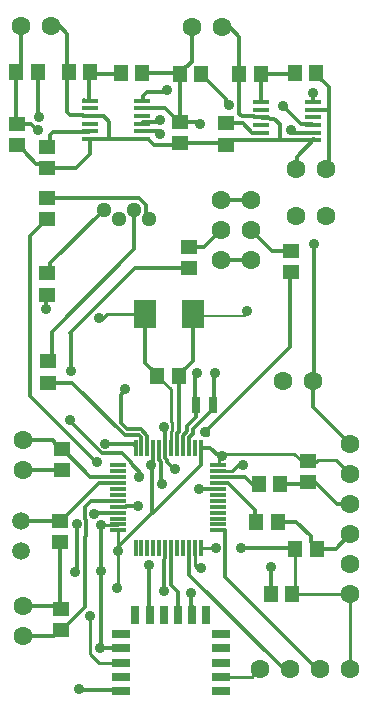
<source format=gtl>
G04*
G04 #@! TF.GenerationSoftware,Altium Limited,Altium Designer,19.0.10 (269)*
G04*
G04 Layer_Physical_Order=1*
G04 Layer_Color=255*
%FSLAX24Y24*%
%MOIN*%
G70*
G01*
G75*
%ADD13C,0.0100*%
%ADD14R,0.0551X0.0472*%
%ADD15R,0.0472X0.0551*%
%ADD16R,0.0591X0.0276*%
%ADD17R,0.0276X0.0591*%
%ADD18R,0.0561X0.0177*%
%ADD19R,0.0748X0.0945*%
%ADD20R,0.0581X0.0118*%
%ADD21R,0.0118X0.0581*%
%ADD22R,0.0295X0.0551*%
%ADD36C,0.0120*%
%ADD37C,0.0080*%
%ADD38C,0.0630*%
%ADD39C,0.0591*%
%ADD40C,0.0512*%
%ADD41C,0.0354*%
G54D13*
X10201Y8129D02*
X10650D01*
X7497Y8417D02*
X9913D01*
X7400Y8320D02*
X7497Y8417D01*
X7400Y8031D02*
Y8320D01*
X9950Y3750D02*
Y5240D01*
X4041Y3981D02*
Y5290D01*
X7846Y7826D02*
X8140Y8120D01*
X6730Y4530D02*
X6792D01*
X4009Y6040D02*
X4032Y6063D01*
X9913Y8417D02*
X10201Y8129D01*
X10650D02*
X10711Y8190D01*
X11320D01*
X11790Y7720D01*
X3420Y12910D02*
X3519D01*
X8496Y978D02*
X8748Y1230D01*
X7476Y978D02*
X8496D01*
X5808Y9488D02*
X5856Y9440D01*
Y9194D02*
Y9440D01*
X5808Y9146D02*
X5856Y9194D01*
X5808Y9488D02*
Y10552D01*
X5808Y8608D02*
Y9146D01*
X3490Y6040D02*
X4009D01*
X8140Y8120D02*
X8200D01*
X4041Y5290D02*
Y5857D01*
X4010Y3950D02*
X4041Y3981D01*
X3120Y1750D02*
Y2990D01*
X3110Y3000D02*
X3120Y2990D01*
Y1750D02*
X3420Y1450D01*
X6790Y4590D02*
X6792D01*
X6680D02*
X6790D01*
X6613Y4657D02*
X6680Y4590D01*
X6613Y4657D02*
Y5253D01*
X5350Y11010D02*
X5808Y10552D01*
X6730Y4530D02*
X6790Y4590D01*
X4032Y6063D02*
X4041Y6054D01*
X3420Y1450D02*
X4130D01*
X6595Y5271D02*
X6613Y5253D01*
X3679Y13070D02*
X4940D01*
X3519Y12910D02*
X3679Y13070D01*
X7300Y5280D02*
X7340Y5240D01*
X7391Y8022D02*
X7400Y8031D01*
X7378Y7826D02*
X7846D01*
X7378Y8022D02*
X7391D01*
X6792Y5271D02*
X6801Y5280D01*
X7300D01*
X8748Y1230D02*
X8790D01*
X11790D02*
Y3720D01*
X11760Y3750D02*
X11790Y3720D01*
X9950Y3750D02*
X11760D01*
G54D14*
X6400Y15300D02*
D03*
Y14591D02*
D03*
X9800Y14466D02*
D03*
Y15174D02*
D03*
X2097Y6173D02*
D03*
Y5464D02*
D03*
X10390Y8184D02*
D03*
Y7476D02*
D03*
X2150Y3250D02*
D03*
Y2541D02*
D03*
X1680Y14420D02*
D03*
Y13711D02*
D03*
X7637Y19423D02*
D03*
Y18714D02*
D03*
X1677Y18643D02*
D03*
Y17934D02*
D03*
X1680Y16240D02*
D03*
Y16949D02*
D03*
X677Y18704D02*
D03*
Y19413D02*
D03*
X2165Y8563D02*
D03*
Y7854D02*
D03*
X6099Y18754D02*
D03*
Y19463D02*
D03*
X1710Y11490D02*
D03*
Y10781D02*
D03*
G54D15*
X5350Y11010D02*
D03*
X6059D02*
D03*
X9439Y7390D02*
D03*
X8730D02*
D03*
X9839Y3750D02*
D03*
X9130D02*
D03*
X9950Y5240D02*
D03*
X10659D02*
D03*
X9359Y6150D02*
D03*
X8650D02*
D03*
X6807Y21083D02*
D03*
X6099D02*
D03*
X10640Y21093D02*
D03*
X9931D02*
D03*
X8091Y21080D02*
D03*
X8800D02*
D03*
X1361Y21133D02*
D03*
X653D02*
D03*
X4837Y21093D02*
D03*
X4128D02*
D03*
X2416Y21150D02*
D03*
X3124D02*
D03*
G54D16*
X4130Y505D02*
D03*
Y978D02*
D03*
Y1450D02*
D03*
Y1922D02*
D03*
Y2395D02*
D03*
X7476D02*
D03*
Y1922D02*
D03*
Y1450D02*
D03*
Y978D02*
D03*
Y505D02*
D03*
G54D17*
X4622Y3044D02*
D03*
X5095D02*
D03*
X5567D02*
D03*
X6039D02*
D03*
X6512D02*
D03*
X6984D02*
D03*
G54D18*
X10547Y20132D02*
D03*
Y19876D02*
D03*
Y19620D02*
D03*
Y19365D02*
D03*
Y19109D02*
D03*
Y18853D02*
D03*
X8805D02*
D03*
Y19109D02*
D03*
Y19365D02*
D03*
Y19620D02*
D03*
Y19876D02*
D03*
Y20132D02*
D03*
X4848Y20183D02*
D03*
Y19927D02*
D03*
Y19671D02*
D03*
Y19415D02*
D03*
Y19159D02*
D03*
Y18903D02*
D03*
X3106D02*
D03*
Y19159D02*
D03*
Y19415D02*
D03*
Y19671D02*
D03*
Y19927D02*
D03*
Y20183D02*
D03*
G54D19*
X6554Y13070D02*
D03*
X4940D02*
D03*
G54D20*
X7378Y8022D02*
D03*
Y7826D02*
D03*
Y7629D02*
D03*
Y7432D02*
D03*
Y7235D02*
D03*
Y7038D02*
D03*
Y6841D02*
D03*
Y6644D02*
D03*
Y6448D02*
D03*
Y6251D02*
D03*
Y6054D02*
D03*
Y5857D02*
D03*
X4041D02*
D03*
Y6054D02*
D03*
Y6251D02*
D03*
Y6448D02*
D03*
Y6644D02*
D03*
Y6841D02*
D03*
Y7038D02*
D03*
Y7235D02*
D03*
Y7432D02*
D03*
Y7629D02*
D03*
Y7826D02*
D03*
Y8022D02*
D03*
G54D21*
X6792Y5271D02*
D03*
X6595D02*
D03*
X6398D02*
D03*
X6201D02*
D03*
X6005D02*
D03*
X5808D02*
D03*
X5611D02*
D03*
X5414D02*
D03*
X5217D02*
D03*
X5020D02*
D03*
X4823D02*
D03*
X4627D02*
D03*
Y8608D02*
D03*
X4823D02*
D03*
X5020D02*
D03*
X5217D02*
D03*
X5414D02*
D03*
X5611D02*
D03*
X5808D02*
D03*
X6005D02*
D03*
X6201D02*
D03*
X6398D02*
D03*
X6595D02*
D03*
X6792D02*
D03*
G54D22*
X7209Y10029D02*
D03*
X6639D02*
D03*
G54D36*
X5216Y7931D02*
Y8607D01*
X5477Y7323D02*
Y8127D01*
Y7323D02*
X5540Y7386D01*
X5510Y7390D02*
X5536D01*
X5540Y7386D01*
X5173Y6422D02*
Y7887D01*
X5216Y7931D01*
X10575Y10795D02*
Y15410D01*
X9120Y3760D02*
X9129Y3769D01*
X4461Y8099D02*
X4842Y7718D01*
X4070Y1930D02*
X4096Y1956D01*
X3372Y1930D02*
X3460Y2018D01*
X5900Y7890D02*
X5930D01*
X5429Y8176D02*
X5477Y8127D01*
X5667Y8123D02*
X5900Y7890D01*
X5667Y8123D02*
Y8206D01*
X5619Y8254D02*
X5667Y8206D01*
X5619Y8254D02*
Y8274D01*
X5429Y8176D02*
Y8196D01*
X6801Y8034D02*
Y8335D01*
X5216Y6450D02*
X6801Y8034D01*
X4041Y5290D02*
X5173Y6422D01*
X3505Y8420D02*
X4176D01*
X4461Y8135D01*
Y8099D02*
Y8135D01*
X9439Y7390D02*
X10620D01*
X10650Y7420D02*
X11350Y6720D01*
X10482Y5456D02*
Y5658D01*
X9990Y6150D02*
X10482Y5658D01*
X9359Y6150D02*
X9990D01*
X6202Y8609D02*
Y9017D01*
X6527Y9219D02*
X7209Y9901D01*
X6527Y9074D02*
Y9219D01*
X6406Y8952D02*
X6527Y9074D01*
X6337Y9152D02*
Y9347D01*
X6639Y9649D01*
X6005Y9088D02*
X6059Y9142D01*
Y11010D01*
X6202Y9017D02*
X6337Y9152D01*
X6927Y9140D02*
X7040Y9027D01*
X6947Y9121D02*
Y9146D01*
Y9121D02*
X7040Y9027D01*
X5611Y8608D02*
X5612Y8607D01*
X5610Y8609D02*
X5611Y8608D01*
X10547Y18890D02*
X10590D01*
X10012Y18313D02*
X10590Y18890D01*
X2350Y19810D02*
Y22410D01*
X2097Y22663D02*
X2350Y22410D01*
Y19810D02*
X2452Y19708D01*
X2571Y8852D02*
X3303Y8120D01*
X3350D01*
X2940Y3292D02*
Y5624D01*
X2987Y5671D02*
Y6187D01*
X2940Y5624D02*
X2987Y5671D01*
X6201Y8608D02*
X6202Y8609D01*
X6005Y8608D02*
Y9088D01*
X5612Y8281D02*
X5619Y8274D01*
X5612Y8281D02*
Y8607D01*
X5415Y8209D02*
X5429Y8196D01*
X5415Y8209D02*
Y8607D01*
X5414Y8608D02*
X5415Y8607D01*
X2943Y6232D02*
Y6633D01*
Y6232D02*
X2987Y6187D01*
X6460Y3334D02*
Y3780D01*
Y3334D02*
X6482Y3312D01*
X5560Y4884D02*
X5603Y4927D01*
X5560Y3820D02*
Y4884D01*
X2680Y4540D02*
Y6060D01*
X2610Y4470D02*
X2680Y4540D01*
X2189Y2541D02*
X2940Y3292D01*
X2943Y6633D02*
X3152Y6842D01*
X3490Y4515D02*
Y6040D01*
X3460Y4485D02*
X3490Y4515D01*
X2430Y9495D02*
X3505Y8420D01*
X2430Y9495D02*
Y9530D01*
X2460Y11160D02*
Y12420D01*
X2450Y12430D02*
X2460Y12420D01*
X6406Y8616D02*
Y8952D01*
X6398Y8608D02*
X6406Y8616D01*
X3620Y8739D02*
X4556D01*
X4627Y8669D01*
X3212Y6448D02*
X4041D01*
X2571Y8852D02*
Y8853D01*
X2495Y8929D02*
X2571Y8853D01*
X2493Y8929D02*
X2495D01*
X1100Y10323D02*
Y15660D01*
Y10323D02*
X2493Y8929D01*
X5216Y8607D02*
X5217Y8608D01*
X6793Y8343D02*
X6801Y8335D01*
X6793Y8343D02*
Y8607D01*
X6792Y8608D02*
X6793Y8607D01*
X5610Y8609D02*
Y8874D01*
X3460Y2018D02*
Y4485D01*
X3372Y1930D02*
X3440D01*
X4070D01*
X4096Y1956D02*
X4130Y1922D01*
X2150Y2541D02*
X2189D01*
X2111D02*
X2150D01*
X5080Y4710D02*
X5087Y4703D01*
Y3052D02*
Y4703D01*
Y3052D02*
X5095Y3044D01*
X3110Y18410D02*
Y18899D01*
X2634Y17934D02*
X3110Y18410D01*
X1677Y17934D02*
X2634D01*
X10547Y20132D02*
Y20430D01*
X11090Y19876D02*
Y20643D01*
X10856Y20878D02*
X11090Y20643D01*
X10816Y20878D02*
X10856D01*
X10640Y21054D02*
X10816Y20878D01*
X10640Y21054D02*
Y21093D01*
X9918Y21080D02*
X9931Y21093D01*
X8800Y21080D02*
X9918D01*
X9901Y19109D02*
X10547D01*
X9820Y19190D02*
X9901Y19109D01*
X9439Y18853D02*
Y19391D01*
X9247Y19583D02*
X9439Y19391D01*
X9096Y19583D02*
X9247D01*
X9439Y18853D02*
X10384D01*
X9550Y19990D02*
X9557D01*
X10154Y19393D01*
X10518D01*
X8805Y18853D02*
X9439D01*
X9087Y19592D02*
X9096Y19583D01*
X8834Y19592D02*
X9087D01*
X8805Y19620D02*
X8834Y19592D01*
X8800Y20137D02*
X8805Y20132D01*
X8800Y20137D02*
Y21080D01*
X8091Y19728D02*
Y21080D01*
X8613Y19620D02*
X8805D01*
X8576Y19658D02*
X8613Y19620D01*
X8162Y19658D02*
X8576D01*
X8091Y19728D02*
X8162Y19658D01*
X8091Y21080D02*
Y22309D01*
X7762Y22638D02*
X8091Y22309D01*
X7496Y22638D02*
X7762D01*
X1807Y22663D02*
X2097D01*
X4041Y21080D02*
X4078Y21043D01*
X3090Y21080D02*
X4041D01*
X3090Y20199D02*
X3106Y20183D01*
X3090Y20199D02*
Y21080D01*
X2914Y19671D02*
X3106D01*
X2877Y19708D02*
X2914Y19671D01*
X2452Y19708D02*
X2877D01*
X3760Y18903D02*
X4848D01*
X3106D02*
X3760D01*
X3750Y18913D02*
X3760Y18903D01*
X3750Y18913D02*
Y19480D01*
X3559Y19671D02*
X3750Y19480D01*
X3106Y19671D02*
X3559D01*
X6639Y9649D02*
Y10029D01*
X6927Y9140D02*
X9761Y11973D01*
Y14466D01*
X9800D01*
X7209Y9901D02*
Y10029D01*
X7112Y8608D02*
X7400Y8320D01*
X6750Y7220D02*
X6765Y7235D01*
X7378D01*
X5592Y9186D02*
X5603Y9175D01*
X5592Y9186D02*
Y9268D01*
X4818Y9219D02*
X5019Y9017D01*
X4354Y9219D02*
X4818D01*
X4275Y9029D02*
X4740D01*
X4816Y8900D02*
X4823D01*
X4816D02*
Y8952D01*
X4740Y9029D02*
X4816Y8952D01*
X4823Y8609D02*
Y8900D01*
X5019Y8609D02*
Y9017D01*
X4627Y8608D02*
Y8669D01*
X2523Y10781D02*
X4275Y9029D01*
X4130Y9443D02*
X4354Y9219D01*
X5603Y8881D02*
Y9175D01*
Y8881D02*
X5610Y8874D01*
X4280Y10529D02*
Y10560D01*
X4130Y10379D02*
X4280Y10529D01*
X4130Y9443D02*
Y10379D01*
X4823Y8609D02*
X4823Y8608D01*
X5019Y8609D02*
X5020Y8608D01*
X10518Y19393D02*
X10547Y19365D01*
X1710Y10781D02*
X2523D01*
X6620Y10048D02*
Y10920D01*
X10012Y17965D02*
Y18313D01*
X10547Y18853D02*
Y18890D01*
X4848Y18903D02*
X5040D01*
X6717Y19463D02*
X6780Y19400D01*
X6099Y19463D02*
X6717D01*
X5361Y19159D02*
X5450Y19070D01*
X4848Y19159D02*
X5361D01*
X6034Y18690D02*
X6099Y18754D01*
X5253Y18690D02*
X6034D01*
X5040Y18903D02*
X5253Y18690D01*
X1343Y19200D02*
X1390D01*
X1130Y19413D02*
X1343Y19200D01*
X677Y19413D02*
X1130D01*
X8194Y19423D02*
X8508Y19109D01*
X8805D01*
X4870Y20161D02*
Y20330D01*
X5010Y20470D01*
X5610D01*
X4848Y20183D02*
X4870Y20161D01*
X5610Y20470D02*
X5670Y20530D01*
X5595Y19927D02*
X6059Y19463D01*
X4848Y19927D02*
X5595D01*
X5363Y19453D02*
X5450Y19540D01*
X4885Y19453D02*
X5363D01*
X4848Y19415D02*
X4885Y19453D01*
X10547Y19876D02*
X11090D01*
Y18149D02*
Y19876D01*
X10961Y18020D02*
X11090Y18149D01*
X7657Y20103D02*
X7730Y20030D01*
X7657Y20103D02*
Y20233D01*
X7023Y20868D02*
X7657Y20233D01*
X6984Y20868D02*
X7023D01*
X6807Y21044D02*
X6984Y20868D01*
X6807Y21044D02*
Y21083D01*
X1361Y19679D02*
X1400Y19640D01*
X1361Y19679D02*
Y21133D01*
X4692Y6652D02*
X4720Y6680D01*
X4313Y6652D02*
X4692D01*
X4306Y6645D02*
X4313Y6652D01*
X4042Y6645D02*
X4306D01*
X4041Y6644D02*
X4042Y6645D01*
X3106Y18903D02*
X3110Y18899D01*
X1790Y19030D02*
X1882Y19122D01*
X2815D01*
X2824Y19131D01*
X3077D01*
X3106Y19159D01*
X1790Y18756D02*
Y19030D01*
X1677Y18643D02*
X1790Y18756D01*
X10961Y17913D02*
Y18020D01*
X10640Y21093D02*
X10690Y21043D01*
X7637Y19423D02*
X8194D01*
X6059Y19463D02*
X6099D01*
Y21083D01*
X6089Y21093D02*
X6099Y21083D01*
X4837Y21093D02*
X6089D01*
X6314Y21299D02*
X6496Y21480D01*
X6275Y21299D02*
X6314D01*
X6099Y21123D02*
X6275Y21299D01*
X6099Y21083D02*
Y21123D01*
X6496Y21480D02*
Y22638D01*
X9961Y17913D02*
X10012Y17965D01*
X7775Y18853D02*
X8805D01*
X7637Y18714D02*
X7775Y18853D01*
X7597Y18754D02*
X7637Y18714D01*
X6099Y18754D02*
X7597D01*
X1529Y18083D02*
X1677Y17934D01*
X1299Y18083D02*
X1529D01*
X892Y18489D02*
X1299Y18083D01*
X892Y18489D02*
Y18528D01*
X716Y18704D02*
X892Y18528D01*
X677Y18704D02*
X716D01*
X2945Y20183D02*
X3106D01*
X2917Y20212D02*
X2945Y20183D01*
X4078Y21043D02*
X4128Y21093D01*
X6039Y3044D02*
Y3804D01*
X5808Y4036D02*
X6039Y3804D01*
X5808Y4036D02*
Y5271D01*
X6482Y3312D02*
X6512Y3342D01*
Y3044D02*
Y3342D01*
X9910Y5280D02*
X9950Y5240D01*
X8150Y5280D02*
X9910D01*
X7608Y4292D02*
X10670Y1230D01*
X7608Y4292D02*
Y5856D01*
X7607Y5857D02*
X7608Y5856D01*
X7378Y5857D02*
X7607D01*
X6792Y8608D02*
X7112D01*
X6554Y11506D02*
Y13070D01*
X2205Y8563D02*
X3118Y7650D01*
X2450Y12430D02*
X4611Y14591D01*
X6400D01*
X10540Y9970D02*
Y10760D01*
X10575Y10795D01*
X10540Y9970D02*
X11790Y8720D01*
X2097Y6173D02*
X2136D01*
X807D02*
X2097D01*
X3395Y7432D02*
X4041D01*
X2136Y6173D02*
X3395Y7432D01*
X3152Y6842D02*
X4040D01*
X3212Y6448D02*
X3250Y6410D01*
X4040Y6842D02*
X4041Y6841D01*
X2126Y8563D02*
X2205D01*
X3118Y7650D02*
X3670D01*
X1100Y15660D02*
X1464Y16024D01*
Y16064D01*
X1641Y16240D01*
X1680D01*
X10482Y5456D02*
X10659Y5279D01*
Y5240D02*
Y5279D01*
X6398Y4382D02*
X9460Y1320D01*
X1650Y13220D02*
Y13681D01*
X1680Y13711D01*
X4570Y15220D02*
Y16550D01*
X1830Y12480D02*
X4570Y15220D01*
X1830Y11610D02*
Y12480D01*
X1710Y11490D02*
X1830Y11610D01*
X2097Y3303D02*
Y5464D01*
X2740Y570D02*
X2790Y520D01*
X4115D01*
X4130Y505D01*
X653Y19437D02*
X677Y19413D01*
X653Y19437D02*
Y21133D01*
X807Y21287D01*
Y22663D01*
X1786Y14526D02*
Y14766D01*
X1680Y14420D02*
X1786Y14526D01*
Y14766D02*
X3570Y16550D01*
X5070Y16235D02*
Y16346D01*
X4966Y16451D02*
X5070Y16346D01*
X4966Y16451D02*
Y16714D01*
X4731Y16949D02*
X4966Y16714D01*
X1680Y16949D02*
X4731D01*
X5603Y5263D02*
X5611Y5271D01*
X5603Y4927D02*
Y5263D01*
X9129Y3769D02*
Y4640D01*
X10670Y1230D02*
X10790D01*
X2059Y3341D02*
X2097Y3303D01*
X2150Y3250D01*
X9120Y3760D02*
X9130Y3750D01*
X3670Y7650D02*
X3683Y7637D01*
X3768D01*
X3775Y7630D01*
X4040D01*
X4041Y7629D01*
X8480Y15880D02*
X9186Y15174D01*
X9800D01*
X7480Y16880D02*
X8480D01*
X7480Y14880D02*
X8480D01*
X6900Y15300D02*
X7480Y15880D01*
X6400Y15300D02*
X6900D01*
X9460Y1320D02*
X9700D01*
X9790Y1230D01*
X6398Y4382D02*
Y5271D01*
X2161Y7858D02*
X2165Y7854D01*
X865Y7858D02*
X2161D01*
X1950Y8739D02*
X2126Y8563D01*
X1950Y8739D02*
Y8779D01*
X1870Y8858D02*
X1950Y8779D01*
X865Y8858D02*
X1870D01*
X1911Y2341D02*
X2111Y2541D01*
X865Y2341D02*
X1911D01*
X865Y3341D02*
X2059D01*
X7250Y10070D02*
Y10920D01*
X7209Y10029D02*
X7250Y10070D01*
X6620Y10048D02*
X6639Y10029D01*
X4940Y11420D02*
X5134Y11226D01*
X5174D01*
X5350Y11049D01*
Y11010D02*
Y11049D01*
X4940Y11420D02*
Y13070D01*
X6274Y11226D02*
X6554Y11506D01*
X6235Y11226D02*
X6274D01*
X6059Y11049D02*
X6235Y11226D01*
X6059Y11010D02*
Y11049D01*
X11310Y5240D02*
X11790Y5720D01*
X10659Y5240D02*
X11310D01*
X7812Y7348D02*
X8625Y6535D01*
X7798Y7348D02*
X7812D01*
X8625Y6175D02*
Y6535D01*
Y6175D02*
X8650Y6150D01*
X7722Y7424D02*
X7798Y7348D01*
X7650Y7424D02*
X7722D01*
X7643Y7431D02*
X7650Y7424D01*
X7379Y7431D02*
X7643D01*
X7378Y7432D02*
X7379Y7431D01*
X7650Y7621D02*
X8280D01*
X8511Y7390D01*
X8730D01*
X7643Y7628D02*
X7650Y7621D01*
X7379Y7628D02*
X7643D01*
X7378Y7629D02*
X7379Y7628D01*
X11350Y6720D02*
X11790D01*
X10620Y7390D02*
X10650Y7420D01*
G54D37*
X6614Y13010D02*
X8290D01*
G54D38*
X10961Y17913D02*
D03*
X9961D02*
D03*
X10540Y10830D02*
D03*
X9540D02*
D03*
X11790Y8720D02*
D03*
Y7720D02*
D03*
Y6720D02*
D03*
Y5720D02*
D03*
Y4720D02*
D03*
Y3720D02*
D03*
X865Y3341D02*
D03*
Y2341D02*
D03*
Y7858D02*
D03*
Y8858D02*
D03*
X7480Y16880D02*
D03*
X8480D02*
D03*
X7480Y15880D02*
D03*
X8480D02*
D03*
X7480Y14880D02*
D03*
X8480D02*
D03*
X6496Y22638D02*
D03*
X7496D02*
D03*
X807Y22663D02*
D03*
X1807D02*
D03*
X9961Y16339D02*
D03*
X10961D02*
D03*
X8790Y1230D02*
D03*
X9790D02*
D03*
X10790D02*
D03*
X11790D02*
D03*
G54D39*
X807Y5173D02*
D03*
Y6173D02*
D03*
G54D40*
X5070Y16235D02*
D03*
X4570Y16550D02*
D03*
X4070Y16235D02*
D03*
X3570Y16550D02*
D03*
G54D41*
X8220Y8020D02*
D03*
X5510Y7390D02*
D03*
X5930Y7890D02*
D03*
X5140Y8030D02*
D03*
X4740Y7640D02*
D03*
X7260Y11097D02*
D03*
X6660Y11100D02*
D03*
X6947Y9146D02*
D03*
X3350Y8120D02*
D03*
X6460Y3780D02*
D03*
X5560Y3820D02*
D03*
X2610Y4470D02*
D03*
X3490Y6040D02*
D03*
X2680Y6060D02*
D03*
X2460Y11160D02*
D03*
X5559Y9317D02*
D03*
X3620Y8739D02*
D03*
X2430Y9530D02*
D03*
X4040Y5173D02*
D03*
X3460Y4485D02*
D03*
X3440Y1930D02*
D03*
X4010Y3950D02*
D03*
X3110Y3000D02*
D03*
X5080Y4710D02*
D03*
X10547Y20430D02*
D03*
X9820Y19190D02*
D03*
X7510Y8320D02*
D03*
X6750Y7220D02*
D03*
X9550Y19990D02*
D03*
X6780Y19400D02*
D03*
X5450Y19070D02*
D03*
X1390Y19200D02*
D03*
X5450Y19540D02*
D03*
X7730Y20030D02*
D03*
X5670Y20530D02*
D03*
X1400Y19640D02*
D03*
X4720Y6680D02*
D03*
X8150Y5280D02*
D03*
X10575Y15410D02*
D03*
X3250Y6410D02*
D03*
X4280Y10560D02*
D03*
X1650Y13220D02*
D03*
X2740Y570D02*
D03*
X9129Y4640D02*
D03*
X6792Y4590D02*
D03*
X8340Y13181D02*
D03*
X3420Y12931D02*
D03*
X7300Y5280D02*
D03*
M02*

</source>
